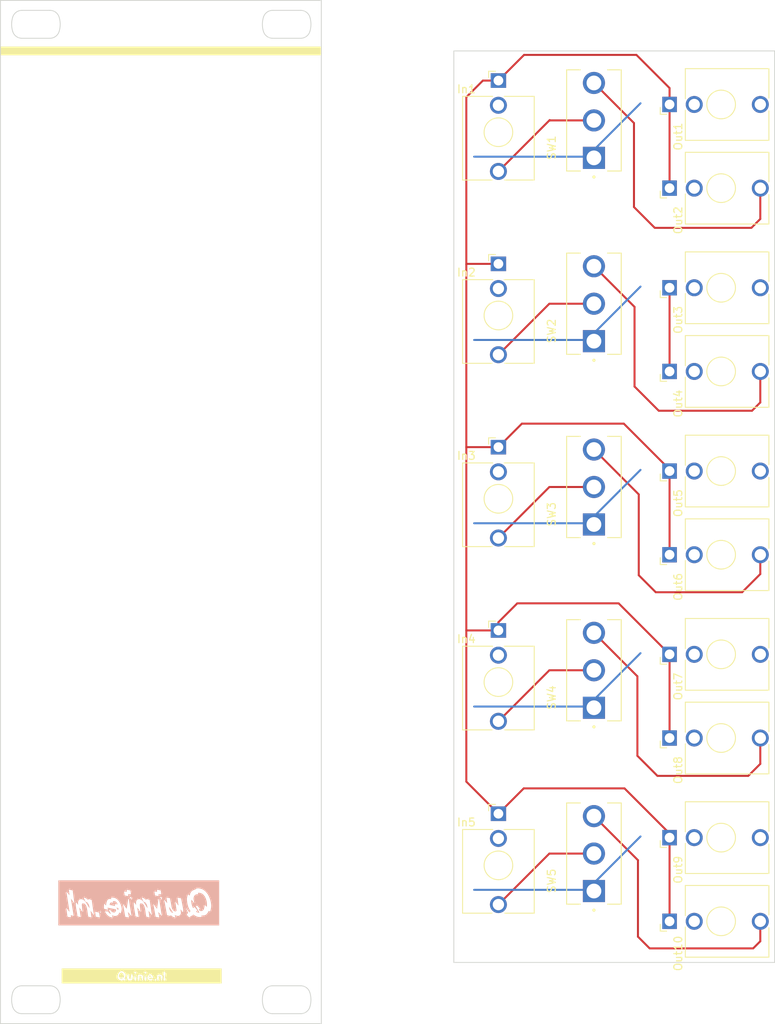
<source format=kicad_pcb>
(kicad_pcb (version 20221018) (generator pcbnew)
  (layers (0 "F.Cu" signal) (31 "B.Cu" signal) (34 "B.Paste" user) (35 "F.Paste" user) (36 "B.SilkS" user "B.Silkscreen") (37 "F.SilkS" user "F.Silkscreen") (38 "B.Mask" user) (39 "F.Mask" user) (44 "Edge.Cuts" user))
  (net 0 "")
  (net 1 "GND")
  (net 2 "Net-(SW1-B)")
  (net 4 "Net-(SW2-B)")
  (net 6 "Net-(SW3-B)")
  (net 8 "Net-(SW4-B)")
  (net 10 "Net-(SW1-A)")
  (net 12 "Net-(SW1-C)")
  (net 14 "Net-(SW2-A)")
  (net 16 "Net-(SW2-C)")
  (net 18 "Net-(SW3-A)")
  (net 20 "Net-(SW3-C)")
  (net 22 "Net-(SW4-A)")
  (net 24 "Net-(SW4-C)")
  (net 26 "Net-(SW5-B)")
  (net 28 "Net-(SW5-A)")
  (net 30 "Net-(SW5-C)")
  (footprint "Connector_Audio:Jack_3.5mm_QingPu_WQP-PJ398SM_Vertical_CircularHoles" (layer "F.Cu") (at 110.55 136.65 90)
    (fp_text reference "Out10" (at -4.03 1.08 90) (layer "F.SilkS"))
    (fp_text value "AudioJack2_SwitchT")
    (pad "S" thru_hole rect (at 0 0 270) (size 1.93 1.83) (drill 1.22) (layers "*.Cu" "*.Mask") (net 1 "GND"))
    (pad "T" thru_hole circle (at 0 11.4 270) (size 2.13 2.13) (drill 1.43) (layers "*.Cu" "*.Mask") (net 30 "Net-(SW5-C)"))
    (pad "TN" thru_hole circle (at 0 3.1 270) (size 2.13 2.13) (drill 1.42) (layers "*.Cu" "*.Mask"))
  )
  (footprint "Connector_Audio:Jack_3.5mm_QingPu_WQP-PJ398SM_Vertical_CircularHoles" (layer "F.Cu") (at 110.55 44.65 90)
    (fp_text reference "Out2" (at -4.03 1.08 90) (layer "F.SilkS"))
    (fp_text value "AudioJack2_SwitchT")
    (pad "S" thru_hole rect (at 0 0 270) (size 1.93 1.83) (drill 1.22) (layers "*.Cu" "*.Mask") (net 1 "GND"))
    (pad "T" thru_hole circle (at 0 11.4 270) (size 2.13 2.13) (drill 1.43) (layers "*.Cu" "*.Mask") (net 12 "Net-(SW1-C)"))
    (pad "TN" thru_hole circle (at 0 3.1 270) (size 2.13 2.13) (drill 1.42) (layers "*.Cu" "*.Mask"))
  )
  (footprint "kibuzzard-63947F04" (layer "F.Cu") (at 44.232619 141.266625)
    (fp_text reference "kibuzzard-63947F04" hide)
    (fp_text value "G***" hide)
  )
  (footprint "Connector_Audio:Jack_3.5mm_QingPu_WQP-PJ398SM_Vertical_CircularHoles" (layer "F.Cu") (at 89.05 100.15)
    (fp_text reference "In4" (at -4.03 1.08) (layer "F.SilkS"))
    (fp_text value "AudioJack2_SwitchT")
    (pad "S" thru_hole rect (at 0 0 180) (size 1.93 1.83) (drill 1.22) (layers "*.Cu" "*.Mask") (net 1 "GND"))
    (pad "T" thru_hole circle (at 0 11.4 180) (size 2.13 2.13) (drill 1.43) (layers "*.Cu" "*.Mask") (net 8 "Net-(SW4-B)"))
    (pad "TN" thru_hole circle (at 0 3.1 180) (size 2.13 2.13) (drill 1.42) (layers "*.Cu" "*.Mask"))
  )
  (footprint "Connector_Audio:Jack_3.5mm_QingPu_WQP-PJ398SM_Vertical_CircularHoles" (layer "F.Cu") (at 110.55 57.15 90)
    (fp_text reference "Out3" (at -4.03 1.08 90) (layer "F.SilkS"))
    (fp_text value "AudioJack2_SwitchT")
    (pad "S" thru_hole rect (at 0 0 270) (size 1.93 1.83) (drill 1.22) (layers "*.Cu" "*.Mask") (net 1 "GND"))
    (pad "T" thru_hole circle (at 0 11.4 270) (size 2.13 2.13) (drill 1.43) (layers "*.Cu" "*.Mask") (net 14 "Net-(SW2-A)"))
    (pad "TN" thru_hole circle (at 0 3.1 270) (size 2.13 2.13) (drill 1.42) (layers "*.Cu" "*.Mask"))
  )
  (footprint "Connector_Audio:Jack_3.5mm_QingPu_WQP-PJ398SM_Vertical_CircularHoles" (layer "F.Cu") (at 110.55 34.15 90)
    (fp_text reference "Out1" (at -4.03 1.08 90) (layer "F.SilkS"))
    (fp_text value "AudioJack2_SwitchT")
    (pad "S" thru_hole rect (at 0 0 270) (size 1.93 1.83) (drill 1.22) (layers "*.Cu" "*.Mask") (net 1 "GND"))
    (pad "T" thru_hole circle (at 0 11.4 270) (size 2.13 2.13) (drill 1.43) (layers "*.Cu" "*.Mask") (net 10 "Net-(SW1-A)"))
    (pad "TN" thru_hole circle (at 0 3.1 270) (size 2.13 2.13) (drill 1.42) (layers "*.Cu" "*.Mask"))
  )
  (footprint "1_switch:SW_100SP3T1B1M2QEH" (layer "F.Cu") (at 101.05 105.15 90)
    (fp_text reference "SW4" (at -3.425 -5.315 90) (layer "F.SilkS"))
    (fp_text value "SW_SPDT")
    (pad "1" thru_hole rect (at -4.7 0 90) (size 2.775 2.775) (drill 1.85) (layers "*.Cu" "*.Mask") (net 22 "Net-(SW4-A)"))
    (pad "2" thru_hole circle (at 0 0 90) (size 2.775 2.775) (drill 1.85) (layers "*.Cu" "*.Mask") (net 8 "Net-(SW4-B)"))
    (pad "3" thru_hole circle (at 4.7 0 90) (size 2.775 2.775) (drill 1.85) (layers "*.Cu" "*.Mask") (net 24 "Net-(SW4-C)"))
  )
  (footprint "1_switch:SW_100SP3T1B1M2QEH" (layer "F.Cu") (at 101.05 59.15 90)
    (fp_text reference "SW2" (at -3.425 -5.315 90) (layer "F.SilkS"))
    (fp_text value "SW_SPDT")
    (pad "1" thru_hole rect (at -4.7 0 90) (size 2.775 2.775) (drill 1.85) (layers "*.Cu" "*.Mask") (net 14 "Net-(SW2-A)"))
    (pad "2" thru_hole circle (at 0 0 90) (size 2.775 2.775) (drill 1.85) (layers "*.Cu" "*.Mask") (net 4 "Net-(SW2-B)"))
    (pad "3" thru_hole circle (at 4.7 0 90) (size 2.775 2.775) (drill 1.85) (layers "*.Cu" "*.Mask") (net 16 "Net-(SW2-C)"))
  )
  (footprint "Connector_Audio:Jack_3.5mm_QingPu_WQP-PJ398SM_Vertical_CircularHoles" (layer "F.Cu") (at 89.05 77.15)
    (fp_text reference "In3" (at -4.03 1.08) (layer "F.SilkS"))
    (fp_text value "AudioJack2_SwitchT")
    (pad "S" thru_hole rect (at 0 0 180) (size 1.93 1.83) (drill 1.22) (layers "*.Cu" "*.Mask") (net 1 "GND"))
    (pad "T" thru_hole circle (at 0 11.4 180) (size 2.13 2.13) (drill 1.43) (layers "*.Cu" "*.Mask") (net 6 "Net-(SW3-B)"))
    (pad "TN" thru_hole circle (at 0 3.1 180) (size 2.13 2.13) (drill 1.42) (layers "*.Cu" "*.Mask"))
  )
  (footprint "Connector_Audio:Jack_3.5mm_QingPu_WQP-PJ398SM_Vertical_CircularHoles" (layer "F.Cu") (at 110.55 90.65 90)
    (fp_text reference "Out6" (at -4.03 1.08 90) (layer "F.SilkS"))
    (fp_text value "AudioJack2_SwitchT")
    (pad "S" thru_hole rect (at 0 0 270) (size 1.93 1.83) (drill 1.22) (layers "*.Cu" "*.Mask") (net 1 "GND"))
    (pad "T" thru_hole circle (at 0 11.4 270) (size 2.13 2.13) (drill 1.43) (layers "*.Cu" "*.Mask") (net 20 "Net-(SW3-C)"))
    (pad "TN" thru_hole circle (at 0 3.1 270) (size 2.13 2.13) (drill 1.42) (layers "*.Cu" "*.Mask"))
  )
  (footprint "1_switch:SW_100SP3T1B1M2QEH" (layer "F.Cu") (at 101.05 82.15 90)
    (fp_text reference "SW3" (at -3.425 -5.315 90) (layer "F.SilkS"))
    (fp_text value "SW_SPDT")
    (pad "1" thru_hole rect (at -4.7 0 90) (size 2.775 2.775) (drill 1.85) (layers "*.Cu" "*.Mask") (net 18 "Net-(SW3-A)"))
    (pad "2" thru_hole circle (at 0 0 90) (size 2.775 2.775) (drill 1.85) (layers "*.Cu" "*.Mask") (net 6 "Net-(SW3-B)"))
    (pad "3" thru_hole circle (at 4.7 0 90) (size 2.775 2.775) (drill 1.85) (layers "*.Cu" "*.Mask") (net 20 "Net-(SW3-C)"))
  )
  (footprint "Connector_Audio:Jack_3.5mm_QingPu_WQP-PJ398SM_Vertical_CircularHoles" (layer "F.Cu") (at 89.05 31.15)
    (fp_text reference "In1" (at -4.03 1.08) (layer "F.SilkS"))
    (fp_text value "AudioJack2_SwitchT")
    (pad "S" thru_hole rect (at 0 0 180) (size 1.93 1.83) (drill 1.22) (layers "*.Cu" "*.Mask") (net 1 "GND"))
    (pad "T" thru_hole circle (at 0 11.4 180) (size 2.13 2.13) (drill 1.43) (layers "*.Cu" "*.Mask") (net 2 "Net-(SW1-B)"))
    (pad "TN" thru_hole circle (at 0 3.1 180) (size 2.13 2.13) (drill 1.42) (layers "*.Cu" "*.Mask"))
  )
  (footprint "Connector_Audio:Jack_3.5mm_QingPu_WQP-PJ398SM_Vertical_CircularHoles" (layer "F.Cu") (at 110.55 80.15 90)
    (fp_text reference "Out5" (at -4.03 1.08 90) (layer "F.SilkS"))
    (fp_text value "AudioJack2_SwitchT")
    (pad "S" thru_hole rect (at 0 0 270) (size 1.93 1.83) (drill 1.22) (layers "*.Cu" "*.Mask") (net 1 "GND"))
    (pad "T" thru_hole circle (at 0 11.4 270) (size 2.13 2.13) (drill 1.43) (layers "*.Cu" "*.Mask") (net 18 "Net-(SW3-A)"))
    (pad "TN" thru_hole circle (at 0 3.1 270) (size 2.13 2.13) (drill 1.42) (layers "*.Cu" "*.Mask"))
  )
  (footprint "Connector_Audio:Jack_3.5mm_QingPu_WQP-PJ398SM_Vertical_CircularHoles" (layer "F.Cu") (at 89.05 54.15)
    (fp_text reference "In2" (at -4.03 1.08) (layer "F.SilkS"))
    (fp_text value "AudioJack2_SwitchT")
    (pad "S" thru_hole rect (at 0 0 180) (size 1.93 1.83) (drill 1.22) (layers "*.Cu" "*.Mask") (net 1 "GND"))
    (pad "T" thru_hole circle (at 0 11.4 180) (size 2.13 2.13) (drill 1.43) (layers "*.Cu" "*.Mask") (net 4 "Net-(SW2-B)"))
    (pad "TN" thru_hole circle (at 0 3.1 180) (size 2.13 2.13) (drill 1.42) (layers "*.Cu" "*.Mask"))
  )
  (footprint "1_switch:SW_100SP3T1B1M2QEH" (layer "F.Cu") (at 101.05 36.15 90)
    (fp_text reference "SW1" (at -3.425 -5.315 90) (layer "F.SilkS"))
    (fp_text value "SW_SPDT")
    (pad "1" thru_hole rect (at -4.7 0 90) (size 2.775 2.775) (drill 1.85) (layers "*.Cu" "*.Mask") (net 10 "Net-(SW1-A)"))
    (pad "2" thru_hole circle (at 0 0 90) (size 2.775 2.775) (drill 1.85) (layers "*.Cu" "*.Mask") (net 2 "Net-(SW1-B)"))
    (pad "3" thru_hole circle (at 4.7 0 90) (size 2.775 2.775) (drill 1.85) (layers "*.Cu" "*.Mask") (net 12 "Net-(SW1-C)"))
  )
  (footprint "1_switch:SW_100SP3T1B1M2QEH" (layer "F.Cu") (at 101.05 128.15 90)
    (fp_text reference "SW5" (at -3.425 -5.315 90) (layer "F.SilkS"))
    (fp_text value "SW_SPDT")
    (pad "1" thru_hole rect (at -4.7 0 90) (size 2.775 2.775) (drill 1.85) (layers "*.Cu" "*.Mask") (net 28 "Net-(SW5-A)"))
    (pad "2" thru_hole circle (at 0 0 90) (size 2.775 2.775) (drill 1.85) (layers "*.Cu" "*.Mask") (net 26 "Net-(SW5-B)"))
    (pad "3" thru_hole circle (at 4.7 0 90) (size 2.775 2.775) (drill 1.85) (layers "*.Cu" "*.Mask") (net 30 "Net-(SW5-C)"))
  )
  (footprint "Connector_Audio:Jack_3.5mm_QingPu_WQP-PJ398SM_Vertical_CircularHoles" (layer "F.Cu") (at 110.55 67.65 90)
    (fp_text reference "Out4" (at -4.03 1.08 90) (layer "F.SilkS"))
    (fp_text value "AudioJack2_SwitchT")
    (pad "S" thru_hole rect (at 0 0 270) (size 1.93 1.83) (drill 1.22) (layers "*.Cu" "*.Mask") (net 1 "GND"))
    (pad "T" thru_hole circle (at 0 11.4 270) (size 2.13 2.13) (drill 1.43) (layers "*.Cu" "*.Mask") (net 16 "Net-(SW2-C)"))
    (pad "TN" thru_hole circle (at 0 3.1 270) (size 2.13 2.13) (drill 1.42) (layers "*.Cu" "*.Mask"))
  )
  (footprint "Connector_Audio:Jack_3.5mm_QingPu_WQP-PJ398SM_Vertical_CircularHoles" (layer "F.Cu") (at 110.55 113.65 90)
    (fp_text reference "Out8" (at -4.03 1.08 90) (layer "F.SilkS"))
    (fp_text value "AudioJack2_SwitchT")
    (pad "S" thru_hole rect (at 0 0 270) (size 1.93 1.83) (drill 1.22) (layers "*.Cu" "*.Mask") (net 1 "GND"))
    (pad "T" thru_hole circle (at 0 11.4 270) (size 2.13 2.13) (drill 1.43) (layers "*.Cu" "*.Mask") (net 24 "Net-(SW4-C)"))
    (pad "TN" thru_hole circle (at 0 3.1 270) (size 2.13 2.13) (drill 1.42) (layers "*.Cu" "*.Mask"))
  )
  (footprint "Connector_Audio:Jack_3.5mm_QingPu_WQP-PJ398SM_Vertical_CircularHoles" (layer "F.Cu") (at 110.55 103.15 90)
    (fp_text reference "Out7" (at -4.03 1.08 90) (layer "F.SilkS"))
    (fp_text value "AudioJack2_SwitchT")
    (pad "S" thru_hole rect (at 0 0 270) (size 1.93 1.83) (drill 1.22) (layers "*.Cu" "*.Mask") (net 1 "GND"))
    (pad "T" thru_hole circle (at 0 11.4 270) (size 2.13 2.13) (drill 1.43) (layers "*.Cu" "*.Mask") (net 22 "Net-(SW4-A)"))
    (pad "TN" thru_hole circle (at 0 3.1 270) (size 2.13 2.13) (drill 1.42) (layers "*.Cu" "*.Mask"))
  )
  (footprint "Connector_Audio:Jack_3.5mm_QingPu_WQP-PJ398SM_Vertical_CircularHoles" (layer "F.Cu") (at 89.05 123.15)
    (fp_text reference "In5" (at -4.03 1.08) (layer "F.SilkS"))
    (fp_text value "AudioJack2_SwitchT")
    (pad "S" thru_hole rect (at 0 0 180) (size 1.93 1.83) (drill 1.22) (layers "*.Cu" "*.Mask") (net 1 "GND"))
    (pad "T" thru_hole circle (at 0 11.4 180) (size 2.13 2.13) (drill 1.43) (layers "*.Cu" "*.Mask") (net 26 "Net-(SW5-B)"))
    (pad "TN" thru_hole circle (at 0 3.1 180) (size 2.13 2.13) (drill 1.42) (layers "*.Cu" "*.Mask"))
  )
  (footprint "kibuzzard-63947E6E" (layer "F.Cu") (at 44.232619 143.506625)
    (fp_text reference "kibuzzard-63947E6E" hide)
    (fp_text value "G***" hide)
  )
  (footprint "Connector_Audio:Jack_3.5mm_QingPu_WQP-PJ398SM_Vertical_CircularHoles" (layer "F.Cu") (at 110.55 126.15 90)
    (fp_text reference "Out9" (at -4.03 1.08 90) (layer "F.SilkS"))
    (fp_text value "AudioJack2_SwitchT")
    (pad "S" thru_hole rect (at 0 0 270) (size 1.93 1.83) (drill 1.22) (layers "*.Cu" "*.Mask") (net 1 "GND"))
    (pad "T" thru_hole circle (at 0 11.4 270) (size 2.13 2.13) (drill 1.43) (layers "*.Cu" "*.Mask") (net 28 "Net-(SW5-A)"))
    (pad "TN" thru_hole circle (at 0 3.1 270) (size 2.13 2.13) (drill 1.42) (layers "*.Cu" "*.Mask"))
  )
  (footprint "kibuzzard-63972479" (layer "B.Cu") (at 43.87 134.34 180)
    (fp_text reference "kibuzzard-63972479" hide)
    (fp_text value "G***" hide)
  )
  (gr_rect (start 26.522619 26.956625) (end 66.782619 27.906625) (stroke (width 0.15)) (fill solid) (layer "F.SilkS"))
  (gr_arc (start 59.538002 24.996999) (mid 59.400028 24.09) (end 59.538002 23.183001) (stroke (width 0.1)) (layer "Edge.Cuts"))
  (gr_line (start 123.75 27.43) (end 123.75 141.81) (stroke (width 0.1)) (layer "Edge.Cuts"))
  (gr_arc (start 60.684004 25.84) (mid 59.972593 25.60666) (end 59.538004 24.997) (stroke (width 0.1)) (layer "Edge.Cuts"))
  (gr_arc (start 65.361998 145.583001) (mid 65.499989 146.49) (end 65.361998 147.396999) (stroke (width 0.1)) (layer "Edge.Cuts"))
  (gr_arc (start 28.038004 23.183) (mid 28.472606 22.573357) (end 29.184004 22.34) (stroke (width 0.1)) (layer "Edge.Cuts"))
  (gr_arc (start 64.215996 22.34) (mid 64.927391 22.573362) (end 65.361996 23.183) (stroke (width 0.1)) (layer "Edge.Cuts"))
  (gr_line (start 66.8 149.49) (end 26.5 149.49) (stroke (width 0.1)) (layer "Edge.Cuts"))
  (gr_arc (start 59.538004 145.583) (mid 59.972644 144.97341) (end 60.684004 144.74) (stroke (width 0.1)) (layer "Edge.Cuts"))
  (gr_line (start 123.75 141.81) (end 83.45 141.81) (stroke (width 0.1)) (layer "Edge.Cuts"))
  (gr_line (start 29.184 25.84) (end 32.716 25.84) (stroke (width 0.1)) (layer "Edge.Cuts"))
  (gr_line (start 60.684 25.84) (end 64.216 25.84) (stroke (width 0.1)) (layer "Edge.Cuts"))
  (gr_line (start 83.45 141.81) (end 83.45 27.43) (stroke (width 0.1)) (layer "Edge.Cuts"))
  (gr_arc (start 59.538004 23.183) (mid 59.972644 22.57341) (end 60.684004 22.34) (stroke (width 0.1)) (layer "Edge.Cuts"))
  (gr_line (start 64.216 144.74) (end 60.684 144.74) (stroke (width 0.1)) (layer "Edge.Cuts"))
  (gr_line (start 29.184 148.24) (end 32.716 148.24) (stroke (width 0.1)) (layer "Edge.Cuts"))
  (gr_line (start 66.8 21.09) (end 66.8 149.49) (stroke (width 0.1)) (layer "Edge.Cuts"))
  (gr_line (start 26.5 21.09) (end 66.8 21.09) (stroke (width 0.1)) (layer "Edge.Cuts"))
  (gr_arc (start 60.684004 148.24) (mid 59.972593 148.00666) (end 59.538004 147.397) (stroke (width 0.1)) (layer "Edge.Cuts"))
  (gr_line (start 32.716 144.74) (end 29.184 144.74) (stroke (width 0.1)) (layer "Edge.Cuts"))
  (gr_line (start 64.216 22.34) (end 60.684 22.34) (stroke (width 0.1)) (layer "Edge.Cuts"))
  (gr_arc (start 32.715996 22.34) (mid 33.427391 22.573362) (end 33.861996 23.183) (stroke (width 0.1)) (layer "Edge.Cuts"))
  (gr_arc (start 59.538002 147.396999) (mid 59.400028 146.49) (end 59.538002 145.583001) (stroke (width 0.1)) (layer "Edge.Cuts"))
  (gr_arc (start 33.861996 147.397) (mid 33.427394 148.006639) (end 32.716 148.24) (stroke (width 0.1)) (layer "Edge.Cuts"))
  (gr_arc (start 33.861998 145.583001) (mid 33.999982 146.49) (end 33.861998 147.396999) (stroke (width 0.1)) (layer "Edge.Cuts"))
  (gr_line (start 83.48 27.43) (end 123.75 27.43) (stroke (width 0.1)) (layer "Edge.Cuts"))
  (gr_line (start 32.716 22.34) (end 29.184 22.34) (stroke (width 0.1)) (layer "Edge.Cuts"))
  (gr_line (start 60.684 148.24) (end 64.216 148.24) (stroke (width 0.1)) (layer "Edge.Cuts"))
  (gr_arc (start 65.361998 23.183001) (mid 65.499989 24.09) (end 65.361998 24.996999) (stroke (width 0.1)) (layer "Edge.Cuts"))
  (gr_arc (start 33.861996 24.997) (mid 33.427401 25.606653) (end 32.715996 25.84) (stroke (width 0.1)) (layer "Edge.Cuts"))
  (gr_arc (start 32.715996 144.74) (mid 33.427391 144.973362) (end 33.861996 145.583) (stroke (width 0.1)) (layer "Edge.Cuts"))
  (gr_arc (start 33.861998 23.183001) (mid 33.999982 24.09) (end 33.861998 24.996999) (stroke (width 0.1)) (layer "Edge.Cuts"))
  (gr_arc (start 64.215996 144.74) (mid 64.927391 144.973362) (end 65.361996 145.583) (stroke (width 0.1)) (layer "Edge.Cuts"))
  (gr_arc (start 28.038002 24.996999) (mid 27.900022 24.09) (end 28.038002 23.183001) (stroke (width 0.1)) (layer "Edge.Cuts"))
  (gr_line (start 26.5 149.49) (end 26.5 21.09) (stroke (width 0.1)) (layer "Edge.Cuts"))
  (gr_arc (start 65.361996 24.997) (mid 64.927364 25.606599) (end 64.216 25.84) (stroke (width 0.1)) (layer "Edge.Cuts"))
  (gr_arc (start 29.184004 148.24) (mid 28.472617 148.006628) (end 28.038004 147.397) (stroke (width 0.1)) (layer "Edge.Cuts"))
  (gr_arc (start 29.184004 25.84) (mid 28.472617 25.606628) (end 28.038004 24.997) (stroke (width 0.1)) (layer "Edge.Cuts"))
  (gr_arc (start 28.038004 145.583) (mid 28.472606 144.973357) (end 29.184004 144.74) (stroke (width 0.1)) (layer "Edge.Cuts"))
  (gr_arc (start 65.361996 147.397) (mid 64.927363 148.0066) (end 64.215996 148.24) (stroke (width 0.1)) (layer "Edge.Cuts"))
  (gr_arc (start 28.038002 147.396999) (mid 27.900022 146.49) (end 28.038002 145.583001) (stroke (width 0.1)) (layer "Edge.Cuts"))
  (segment (start 89.05 99.12) (end 89.05 100.15) (width 0.25) (layer "F.Cu") (net 1))
  (segment (start 110.55 113.65) (end 110.55 103.15) (width 0.25) (layer "F.Cu") (net 1))
  (segment (start 110.55 125.63) (end 104.89 119.97) (width 0.25) (layer "F.Cu") (net 1))
  (segment (start 110.55 126.15) (end 110.55 125.63) (width 0.25) (layer "F.Cu") (net 1))
  (segment (start 110.55 34.15) (end 110.55 32.09) (width 0.25) (layer "F.Cu") (net 1))
  (segment (start 85.02 77.15) (end 85.02 100.13) (width 0.25) (layer "F.Cu") (net 1))
  (segment (start 110.55 32.09) (end 106.39 27.93) (width 0.25) (layer "F.Cu") (net 1))
  (segment (start 89.05 31.15) (end 87.1 31.15) (width 0.25) (layer "F.Cu") (net 1))
  (segment (start 110.55 103.15) (end 104.15 96.75) (width 0.25) (layer "F.Cu") (net 1))
  (segment (start 104.8 74.2) (end 92 74.2) (width 0.25) (layer "F.Cu") (net 1))
  (segment (start 110.55 67.65) (end 110.55 57.15) (width 0.25) (layer "F.Cu") (net 1))
  (segment (start 85.02 100.13) (end 85.02 119.12) (width 0.25) (layer "F.Cu") (net 1))
  (segment (start 85.02 33.23) (end 85.02 54.21) (width 0.25) (layer "F.Cu") (net 1))
  (segment (start 85.02 119.12) (end 89.05 123.15) (width 0.25) (layer "F.Cu") (net 1))
  (segment (start 110.55 90.65) (end 110.55 80.15) (width 0.25) (layer "F.Cu") (net 1))
  (segment (start 89.05 77.15) (end 85.02 77.15) (width 0.25) (layer "F.Cu") (net 1))
  (segment (start 85.04 100.15) (end 85.02 100.13) (width 0.25) (layer "F.Cu") (net 1))
  (segment (start 85.08 54.15) (end 85.02 54.21) (width 0.25) (layer "F.Cu") (net 1))
  (segment (start 85.02 54.21) (end 85.02 77.15) (width 0.25) (layer "F.Cu") (net 1))
  (segment (start 92 74.2) (end 89.05 77.15) (width 0.25) (layer "F.Cu") (net 1))
  (segment (start 110.55 34.15) (end 110.55 44.65) (width 0.25) (layer "F.Cu") (net 1))
  (segment (start 89.05 100.15) (end 85.04 100.15) (width 0.25) (layer "F.Cu") (net 1))
  (segment (start 110.55 80.15) (end 110.55 79.95) (width 0.25) (layer "F.Cu") (net 1))
  (segment (start 92.27 27.93) (end 89.05 31.15) (width 0.25) (layer "F.Cu") (net 1))
  (segment (start 89.05 54.15) (end 85.08 54.15) (width 0.25) (layer "F.Cu") (net 1))
  (segment (start 91.42 96.75) (end 89.05 99.12) (width 0.25) (layer "F.Cu") (net 1))
  (segment (start 110.55 79.95) (end 104.8 74.2) (width 0.25) (layer "F.Cu") (net 1))
  (segment (start 104.89 119.97) (end 92.23 119.97) (width 0.25) (layer "F.Cu") (net 1))
  (segment (start 106.39 27.93) (end 92.27 27.93) (width 0.25) (layer "F.Cu") (net 1))
  (segment (start 87.1 31.15) (end 85.02 33.23) (width 0.25) (layer "F.Cu") (net 1))
  (segment (start 110.55 136.65) (end 110.55 126.15) (width 0.25) (layer "F.Cu") (net 1))
  (segment (start 104.15 96.75) (end 91.42 96.75) (width 0.25) (layer "F.Cu") (net 1))
  (segment (start 92.23 119.97) (end 89.05 123.15) (width 0.25) (layer "F.Cu") (net 1))
  (segment (start 95.53 36.15) (end 101.05 36.15) (width 0.25) (layer "F.Cu") (net 2))
  (segment (start 89.05 42.55) (end 95.49 36.11) (width 0.25) (layer "F.Cu") (net 2))
  (segment (start 95.49 36.11) (end 95.53 36.15) (width 0.25) (layer "F.Cu") (net 2))
  (segment (start 95.45 59.15) (end 101.05 59.15) (width 0.25) (layer "F.Cu") (net 4))
  (segment (start 89.05 65.55) (end 95.45 59.15) (width 0.25) (layer "F.Cu") (net 4))
  (segment (start 95.45 82.15) (end 101.05 82.15) (width 0.25) (layer "F.Cu") (net 6))
  (segment (start 89.05 88.55) (end 95.45 82.15) (width 0.25) (layer "F.Cu") (net 6))
  (segment (start 95.45 105.15) (end 101.05 105.15) (width 0.25) (layer "F.Cu") (net 8))
  (segment (start 89.05 111.55) (end 95.45 105.15) (width 0.25) (layer "F.Cu") (net 8))
  (segment (start 86 40.7) (end 100.2 40.7) (width 0.25) (layer "B.Cu") (net 10))
  (segment (start 100.2 40.7) (end 106.9 34) (width 0.25) (layer "B.Cu") (net 10))
  (segment (start 101.05 31.45) (end 106.08 36.48) (width 0.25) (layer "F.Cu") (net 12))
  (segment (start 108.69 49.63) (end 120.83 49.63) (width 0.25) (layer "F.Cu") (net 12))
  (segment (start 106.08 36.48) (end 106.08 47.02) (width 0.25) (layer "F.Cu") (net 12))
  (segment (start 106.08 47.02) (end 108.69 49.63) (width 0.25) (layer "F.Cu") (net 12))
  (segment (start 121.95 48.51) (end 121.95 44.65) (width 0.25) (layer "F.Cu") (net 12))
  (segment (start 120.83 49.63) (end 121.95 48.51) (width 0.25) (layer "F.Cu") (net 12))
  (segment (start 86 63.7) (end 100.2 63.7) (width 0.25) (layer "B.Cu") (net 14))
  (segment (start 100.2 63.7) (end 106.9 57) (width 0.25) (layer "B.Cu") (net 14))
  (segment (start 106.15 69.54) (end 109.19 72.58) (width 0.25) (layer "F.Cu") (net 16))
  (segment (start 101.05 54.45) (end 106.15 59.55) (width 0.25) (layer "F.Cu") (net 16))
  (segment (start 120.91 72.58) (end 121.95 71.54) (width 0.25) (layer "F.Cu") (net 16))
  (segment (start 121.95 71.54) (end 121.95 67.65) (width 0.25) (layer "F.Cu") (net 16))
  (segment (start 109.19 72.58) (end 120.91 72.58) (width 0.25) (layer "F.Cu") (net 16))
  (segment (start 106.15 59.55) (end 106.15 69.54) (width 0.25) (layer "F.Cu") (net 16))
  (segment (start 100.2 86.7) (end 106.9 80) (width 0.25) (layer "B.Cu") (net 18))
  (segment (start 86 86.7) (end 100.2 86.7) (width 0.25) (layer "B.Cu") (net 18))
  (segment (start 106.68 83.08) (end 106.68 93.22) (width 0.25) (layer "F.Cu") (net 20))
  (segment (start 108.82 95.36) (end 119.66 95.36) (width 0.25) (layer "F.Cu") (net 20))
  (segment (start 101.05 77.45) (end 106.68 83.08) (width 0.25) (layer "F.Cu") (net 20))
  (segment (start 119.66 95.36) (end 121.95 93.07) (width 0.25) (layer "F.Cu") (net 20))
  (segment (start 106.68 93.22) (end 108.82 95.36) (width 0.25) (layer "F.Cu") (net 20))
  (segment (start 121.95 93.07) (end 121.95 90.65) (width 0.25) (layer "F.Cu") (net 20))
  (segment (start 86 109.7) (end 100.2 109.7) (width 0.25) (layer "B.Cu") (net 22))
  (segment (start 100.2 109.7) (end 106.9 103) (width 0.25) (layer "B.Cu") (net 22))
  (segment (start 120.44 118.4) (end 121.95 116.89) (width 0.25) (layer "F.Cu") (net 24))
  (segment (start 121.95 116.89) (end 121.95 113.65) (width 0.25) (layer "F.Cu") (net 24))
  (segment (start 106.51 105.91) (end 106.51 115.88) (width 0.25) (layer "F.Cu") (net 24))
  (segment (start 101.05 100.45) (end 106.51 105.91) (width 0.25) (layer "F.Cu") (net 24))
  (segment (start 106.51 115.88) (end 109.03 118.4) (width 0.25) (layer "F.Cu") (net 24))
  (segment (start 109.03 118.4) (end 120.44 118.4) (width 0.25) (layer "F.Cu") (net 24))
  (segment (start 89.05 134.55) (end 95.45 128.15) (width 0.25) (layer "F.Cu") (net 26))
  (segment (start 95.45 128.15) (end 101.05 128.15) (width 0.25) (layer "F.Cu") (net 26))
  (segment (start 86 132.7) (end 100.2 132.7) (width 0.25) (layer "B.Cu") (net 28))
  (segment (start 100.2 132.7) (end 106.9 126) (width 0.25) (layer "B.Cu") (net 28))
  (segment (start 106.58 138.58) (end 108.05 140.05) (width 0.25) (layer "F.Cu") (net 30))
  (segment (start 106.58 128.98) (end 106.58 138.58) (width 0.25) (layer "F.Cu") (net 30))
  (segment (start 108.05 140.05) (end 121.05 140.05) (width 0.25) (layer "F.Cu") (net 30))
  (segment (start 101.05 123.45) (end 106.58 128.98) (width 0.25) (layer "F.Cu") (net 30))
  (segment (start 121.95 139.15) (end 121.95 136.65) (width 0.25) (layer "F.Cu") (net 30))
  (segment (start 121.05 140.05) (end 121.95 139.15) (width 0.25) (layer "F.Cu") (net 30))
)
</source>
